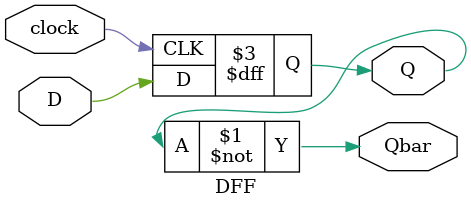
<source format=v>
/**
 * @brief 立ち上がりエッジ方式のDフリップフロップのVerilogによる記述
 * @date 作成日     : 2016/01/03
 * @date 最終更新日 : 2016/01/03
 */



module DFF (clock, D, Q, Qbar);
   input clock, D;
   output reg Q;     // alwaysブロック内で代入されているため、Qはレジスタ
   output     Qbar;

   assign Qbar = ~Q;        // Qbarは常にQを反転したもの
   always @(posedge clock)  // クロックの立ち上がりで動作を実行
     Q = D;
endmodule // DFF

</source>
